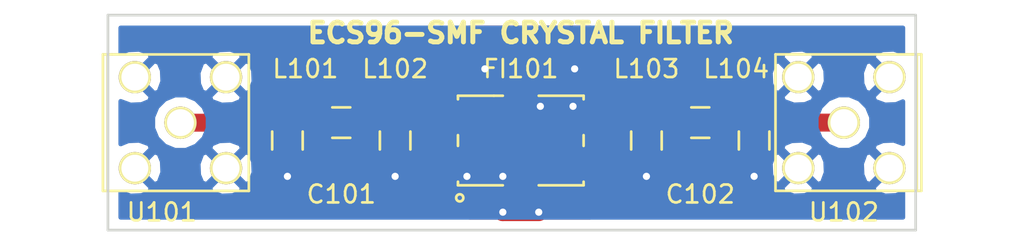
<source format=kicad_pcb>
(kicad_pcb (version 4) (host pcbnew 4.0.2-stable)

  (general
    (links 22)
    (no_connects 0)
    (area 124.836429 97.8786 182.203572 111.975)
    (thickness 1.6)
    (drawings 5)
    (tracks 43)
    (zones 0)
    (modules 9)
    (nets 6)
  )

  (page A4)
  (layers
    (0 F.Cu signal)
    (31 B.Cu signal)
    (32 B.Adhes user)
    (33 F.Adhes user)
    (34 B.Paste user)
    (35 F.Paste user)
    (36 B.SilkS user)
    (37 F.SilkS user)
    (38 B.Mask user)
    (39 F.Mask user)
    (40 Dwgs.User user)
    (41 Cmts.User user)
    (42 Eco1.User user)
    (43 Eco2.User user)
    (44 Edge.Cuts user)
    (45 Margin user)
    (46 B.CrtYd user)
    (47 F.CrtYd user)
    (48 B.Fab user)
    (49 F.Fab user)
  )

  (setup
    (last_trace_width 1)
    (user_trace_width 1)
    (trace_clearance 0.2)
    (zone_clearance 0.508)
    (zone_45_only no)
    (trace_min 0.2)
    (segment_width 0.2)
    (edge_width 0.15)
    (via_size 0.6)
    (via_drill 0.4)
    (via_min_size 0.4)
    (via_min_drill 0.3)
    (uvia_size 0.3)
    (uvia_drill 0.1)
    (uvias_allowed no)
    (uvia_min_size 0.2)
    (uvia_min_drill 0.1)
    (pcb_text_width 0.3)
    (pcb_text_size 1.5 1.5)
    (mod_edge_width 0.15)
    (mod_text_size 1 1)
    (mod_text_width 0.15)
    (pad_size 1.524 1.524)
    (pad_drill 0.762)
    (pad_to_mask_clearance 0.2)
    (aux_axis_origin 0 0)
    (visible_elements FFFEFF7F)
    (pcbplotparams
      (layerselection 0x010f0_80000001)
      (usegerberextensions false)
      (excludeedgelayer true)
      (linewidth 0.100000)
      (plotframeref false)
      (viasonmask false)
      (mode 1)
      (useauxorigin false)
      (hpglpennumber 1)
      (hpglpenspeed 20)
      (hpglpendiameter 15)
      (hpglpenoverlay 2)
      (psnegative false)
      (psa4output false)
      (plotreference true)
      (plotvalue true)
      (plotinvisibletext false)
      (padsonsilk false)
      (subtractmaskfromsilk false)
      (outputformat 1)
      (mirror false)
      (drillshape 0)
      (scaleselection 1)
      (outputdirectory gerbs/))
  )

  (net 0 "")
  (net 1 "Net-(C101-Pad1)")
  (net 2 "Net-(C101-Pad2)")
  (net 3 "Net-(C102-Pad1)")
  (net 4 "Net-(C102-Pad2)")
  (net 5 GND)

  (net_class Default "This is the default net class."
    (clearance 0.2)
    (trace_width 0.25)
    (via_dia 0.6)
    (via_drill 0.4)
    (uvia_dia 0.3)
    (uvia_drill 0.1)
    (add_net GND)
    (add_net "Net-(C101-Pad1)")
    (add_net "Net-(C101-Pad2)")
    (add_net "Net-(C102-Pad1)")
    (add_net "Net-(C102-Pad2)")
  )

  (module Capacitors_SMD:C_0805 (layer F.Cu) (tedit 5415D6EA) (tstamp 577B1116)
    (at 144 105 180)
    (descr "Capacitor SMD 0805, reflow soldering, AVX (see smccp.pdf)")
    (tags "capacitor 0805")
    (path /577B0E92)
    (attr smd)
    (fp_text reference C101 (at 0 -4 180) (layer F.SilkS)
      (effects (font (size 1 1) (thickness 0.15)))
    )
    (fp_text value "27 pF" (at 0 2.1 180) (layer F.Fab)
      (effects (font (size 1 1) (thickness 0.15)))
    )
    (fp_line (start -1.8 -1) (end 1.8 -1) (layer F.CrtYd) (width 0.05))
    (fp_line (start -1.8 1) (end 1.8 1) (layer F.CrtYd) (width 0.05))
    (fp_line (start -1.8 -1) (end -1.8 1) (layer F.CrtYd) (width 0.05))
    (fp_line (start 1.8 -1) (end 1.8 1) (layer F.CrtYd) (width 0.05))
    (fp_line (start 0.5 -0.85) (end -0.5 -0.85) (layer F.SilkS) (width 0.15))
    (fp_line (start -0.5 0.85) (end 0.5 0.85) (layer F.SilkS) (width 0.15))
    (pad 1 smd rect (at -1 0 180) (size 1 1.25) (layers F.Cu F.Paste F.Mask)
      (net 1 "Net-(C101-Pad1)"))
    (pad 2 smd rect (at 1 0 180) (size 1 1.25) (layers F.Cu F.Paste F.Mask)
      (net 2 "Net-(C101-Pad2)"))
    (model Capacitors_SMD.3dshapes/C_0805.wrl
      (at (xyz 0 0 0))
      (scale (xyz 1 1 1))
      (rotate (xyz 0 0 0))
    )
  )

  (module Capacitors_SMD:C_0805 (layer F.Cu) (tedit 5415D6EA) (tstamp 577B111C)
    (at 164 105 180)
    (descr "Capacitor SMD 0805, reflow soldering, AVX (see smccp.pdf)")
    (tags "capacitor 0805")
    (path /577B13A7)
    (attr smd)
    (fp_text reference C102 (at 0 -4 180) (layer F.SilkS)
      (effects (font (size 1 1) (thickness 0.15)))
    )
    (fp_text value "27 pF" (at 0 2.1 180) (layer F.Fab)
      (effects (font (size 1 1) (thickness 0.15)))
    )
    (fp_line (start -1.8 -1) (end 1.8 -1) (layer F.CrtYd) (width 0.05))
    (fp_line (start -1.8 1) (end 1.8 1) (layer F.CrtYd) (width 0.05))
    (fp_line (start -1.8 -1) (end -1.8 1) (layer F.CrtYd) (width 0.05))
    (fp_line (start 1.8 -1) (end 1.8 1) (layer F.CrtYd) (width 0.05))
    (fp_line (start 0.5 -0.85) (end -0.5 -0.85) (layer F.SilkS) (width 0.15))
    (fp_line (start -0.5 0.85) (end 0.5 0.85) (layer F.SilkS) (width 0.15))
    (pad 1 smd rect (at -1 0 180) (size 1 1.25) (layers F.Cu F.Paste F.Mask)
      (net 3 "Net-(C102-Pad1)"))
    (pad 2 smd rect (at 1 0 180) (size 1 1.25) (layers F.Cu F.Paste F.Mask)
      (net 4 "Net-(C102-Pad2)"))
    (model Capacitors_SMD.3dshapes/C_0805.wrl
      (at (xyz 0 0 0))
      (scale (xyz 1 1 1))
      (rotate (xyz 0 0 0))
    )
  )

  (module Capacitors_SMD:C_0805 (layer F.Cu) (tedit 5415D6EA) (tstamp 577B112B)
    (at 141 106 90)
    (descr "Capacitor SMD 0805, reflow soldering, AVX (see smccp.pdf)")
    (tags "capacitor 0805")
    (path /577B0F7B)
    (attr smd)
    (fp_text reference L101 (at 4 1 180) (layer F.SilkS)
      (effects (font (size 1 1) (thickness 0.15)))
    )
    (fp_text value DNP (at 0 2.1 90) (layer F.Fab)
      (effects (font (size 1 1) (thickness 0.15)))
    )
    (fp_line (start -1.8 -1) (end 1.8 -1) (layer F.CrtYd) (width 0.05))
    (fp_line (start -1.8 1) (end 1.8 1) (layer F.CrtYd) (width 0.05))
    (fp_line (start -1.8 -1) (end -1.8 1) (layer F.CrtYd) (width 0.05))
    (fp_line (start 1.8 -1) (end 1.8 1) (layer F.CrtYd) (width 0.05))
    (fp_line (start 0.5 -0.85) (end -0.5 -0.85) (layer F.SilkS) (width 0.15))
    (fp_line (start -0.5 0.85) (end 0.5 0.85) (layer F.SilkS) (width 0.15))
    (pad 1 smd rect (at -1 0 90) (size 1 1.25) (layers F.Cu F.Paste F.Mask)
      (net 5 GND))
    (pad 2 smd rect (at 1 0 90) (size 1 1.25) (layers F.Cu F.Paste F.Mask)
      (net 2 "Net-(C101-Pad2)"))
    (model Capacitors_SMD.3dshapes/C_0805.wrl
      (at (xyz 0 0 0))
      (scale (xyz 1 1 1))
      (rotate (xyz 0 0 0))
    )
  )

  (module Capacitors_SMD:C_0805 (layer F.Cu) (tedit 5415D6EA) (tstamp 577B1131)
    (at 147 106 90)
    (descr "Capacitor SMD 0805, reflow soldering, AVX (see smccp.pdf)")
    (tags "capacitor 0805")
    (path /577B0FF1)
    (attr smd)
    (fp_text reference L102 (at 4 0 180) (layer F.SilkS)
      (effects (font (size 1 1) (thickness 0.15)))
    )
    (fp_text value "2 uH" (at 0 2.1 90) (layer F.Fab)
      (effects (font (size 1 1) (thickness 0.15)))
    )
    (fp_line (start -1.8 -1) (end 1.8 -1) (layer F.CrtYd) (width 0.05))
    (fp_line (start -1.8 1) (end 1.8 1) (layer F.CrtYd) (width 0.05))
    (fp_line (start -1.8 -1) (end -1.8 1) (layer F.CrtYd) (width 0.05))
    (fp_line (start 1.8 -1) (end 1.8 1) (layer F.CrtYd) (width 0.05))
    (fp_line (start 0.5 -0.85) (end -0.5 -0.85) (layer F.SilkS) (width 0.15))
    (fp_line (start -0.5 0.85) (end 0.5 0.85) (layer F.SilkS) (width 0.15))
    (pad 1 smd rect (at -1 0 90) (size 1 1.25) (layers F.Cu F.Paste F.Mask)
      (net 5 GND))
    (pad 2 smd rect (at 1 0 90) (size 1 1.25) (layers F.Cu F.Paste F.Mask)
      (net 1 "Net-(C101-Pad1)"))
    (model Capacitors_SMD.3dshapes/C_0805.wrl
      (at (xyz 0 0 0))
      (scale (xyz 1 1 1))
      (rotate (xyz 0 0 0))
    )
  )

  (module Capacitors_SMD:C_0805 (layer F.Cu) (tedit 5415D6EA) (tstamp 577B1137)
    (at 161 106 90)
    (descr "Capacitor SMD 0805, reflow soldering, AVX (see smccp.pdf)")
    (tags "capacitor 0805")
    (path /577B13AE)
    (attr smd)
    (fp_text reference L103 (at 4 0 180) (layer F.SilkS)
      (effects (font (size 1 1) (thickness 0.15)))
    )
    (fp_text value "2 uH" (at 0 2.1 90) (layer F.Fab)
      (effects (font (size 1 1) (thickness 0.15)))
    )
    (fp_line (start -1.8 -1) (end 1.8 -1) (layer F.CrtYd) (width 0.05))
    (fp_line (start -1.8 1) (end 1.8 1) (layer F.CrtYd) (width 0.05))
    (fp_line (start -1.8 -1) (end -1.8 1) (layer F.CrtYd) (width 0.05))
    (fp_line (start 1.8 -1) (end 1.8 1) (layer F.CrtYd) (width 0.05))
    (fp_line (start 0.5 -0.85) (end -0.5 -0.85) (layer F.SilkS) (width 0.15))
    (fp_line (start -0.5 0.85) (end 0.5 0.85) (layer F.SilkS) (width 0.15))
    (pad 1 smd rect (at -1 0 90) (size 1 1.25) (layers F.Cu F.Paste F.Mask)
      (net 5 GND))
    (pad 2 smd rect (at 1 0 90) (size 1 1.25) (layers F.Cu F.Paste F.Mask)
      (net 4 "Net-(C102-Pad2)"))
    (model Capacitors_SMD.3dshapes/C_0805.wrl
      (at (xyz 0 0 0))
      (scale (xyz 1 1 1))
      (rotate (xyz 0 0 0))
    )
  )

  (module Capacitors_SMD:C_0805 (layer F.Cu) (tedit 5415D6EA) (tstamp 577B113D)
    (at 167 106 90)
    (descr "Capacitor SMD 0805, reflow soldering, AVX (see smccp.pdf)")
    (tags "capacitor 0805")
    (path /577B13B4)
    (attr smd)
    (fp_text reference L104 (at 4 -1 180) (layer F.SilkS)
      (effects (font (size 1 1) (thickness 0.15)))
    )
    (fp_text value DNP (at 0 2.1 90) (layer F.Fab)
      (effects (font (size 1 1) (thickness 0.15)))
    )
    (fp_line (start -1.8 -1) (end 1.8 -1) (layer F.CrtYd) (width 0.05))
    (fp_line (start -1.8 1) (end 1.8 1) (layer F.CrtYd) (width 0.05))
    (fp_line (start -1.8 -1) (end -1.8 1) (layer F.CrtYd) (width 0.05))
    (fp_line (start 1.8 -1) (end 1.8 1) (layer F.CrtYd) (width 0.05))
    (fp_line (start 0.5 -0.85) (end -0.5 -0.85) (layer F.SilkS) (width 0.15))
    (fp_line (start -0.5 0.85) (end 0.5 0.85) (layer F.SilkS) (width 0.15))
    (pad 1 smd rect (at -1 0 90) (size 1 1.25) (layers F.Cu F.Paste F.Mask)
      (net 5 GND))
    (pad 2 smd rect (at 1 0 90) (size 1 1.25) (layers F.Cu F.Paste F.Mask)
      (net 3 "Net-(C102-Pad1)"))
    (model Capacitors_SMD.3dshapes/C_0805.wrl
      (at (xyz 0 0 0))
      (scale (xyz 1 1 1))
      (rotate (xyz 0 0 0))
    )
  )

  (module vna_footprints:732512200_SMA (layer F.Cu) (tedit 56AF1EC8) (tstamp 577B1146)
    (at 135.04 105.0036)
    (path /577B0CEA)
    (fp_text reference U101 (at -1.04 4.9964) (layer F.SilkS)
      (effects (font (size 1 1) (thickness 0.15)))
    )
    (fp_text value CONN_SMA (at -6 -6) (layer F.Fab)
      (effects (font (size 1 1) (thickness 0.15)))
    )
    (fp_line (start -4.064 3.81) (end -4.064 -3.81) (layer F.SilkS) (width 0.15))
    (fp_line (start -4.318 3.81) (end -3.81 3.81) (layer F.SilkS) (width 0.15))
    (fp_line (start -4.318 -3.81) (end -4.318 3.81) (layer F.SilkS) (width 0.15))
    (fp_line (start -4.318 -3.81) (end -3.81 -3.81) (layer F.SilkS) (width 0.15))
    (fp_line (start 3.81 3.81) (end -3.81 3.81) (layer F.SilkS) (width 0.15))
    (fp_line (start 3.81 -3.81) (end 3.81 3.81) (layer F.SilkS) (width 0.15))
    (fp_line (start -3.81 -3.81) (end 3.81 -3.81) (layer F.SilkS) (width 0.15))
    (pad 1 thru_hole circle (at 0 0) (size 1.8 1.8) (drill 1.5) (layers *.Cu *.Mask F.SilkS)
      (net 2 "Net-(C101-Pad2)"))
    (pad 2 thru_hole circle (at -2.54 2.54) (size 1.8 1.8) (drill 1.5) (layers *.Cu *.Mask F.SilkS)
      (net 5 GND))
    (pad 3 thru_hole circle (at -2.54 -2.54) (size 1.8 1.8) (drill 1.5) (layers *.Cu *.Mask F.SilkS)
      (net 5 GND))
    (pad 4 thru_hole circle (at 2.54 -2.54) (size 1.8 1.8) (drill 1.5) (layers *.Cu *.Mask F.SilkS)
      (net 5 GND))
    (pad 5 thru_hole circle (at 2.54 2.54) (size 1.8 1.8) (drill 1.5) (layers *.Cu *.Mask F.SilkS)
      (net 5 GND))
  )

  (module vna_footprints:732512200_SMA (layer F.Cu) (tedit 56AF1EC8) (tstamp 577B114F)
    (at 172 105 180)
    (path /577B0C7D)
    (fp_text reference U102 (at 0 -5 180) (layer F.SilkS)
      (effects (font (size 1 1) (thickness 0.15)))
    )
    (fp_text value CONN_SMA (at -6 -6 180) (layer F.Fab)
      (effects (font (size 1 1) (thickness 0.15)))
    )
    (fp_line (start -4.064 3.81) (end -4.064 -3.81) (layer F.SilkS) (width 0.15))
    (fp_line (start -4.318 3.81) (end -3.81 3.81) (layer F.SilkS) (width 0.15))
    (fp_line (start -4.318 -3.81) (end -4.318 3.81) (layer F.SilkS) (width 0.15))
    (fp_line (start -4.318 -3.81) (end -3.81 -3.81) (layer F.SilkS) (width 0.15))
    (fp_line (start 3.81 3.81) (end -3.81 3.81) (layer F.SilkS) (width 0.15))
    (fp_line (start 3.81 -3.81) (end 3.81 3.81) (layer F.SilkS) (width 0.15))
    (fp_line (start -3.81 -3.81) (end 3.81 -3.81) (layer F.SilkS) (width 0.15))
    (pad 1 thru_hole circle (at 0 0 180) (size 1.8 1.8) (drill 1.5) (layers *.Cu *.Mask F.SilkS)
      (net 3 "Net-(C102-Pad1)"))
    (pad 2 thru_hole circle (at -2.54 2.54 180) (size 1.8 1.8) (drill 1.5) (layers *.Cu *.Mask F.SilkS)
      (net 5 GND))
    (pad 3 thru_hole circle (at -2.54 -2.54 180) (size 1.8 1.8) (drill 1.5) (layers *.Cu *.Mask F.SilkS)
      (net 5 GND))
    (pad 4 thru_hole circle (at 2.54 -2.54 180) (size 1.8 1.8) (drill 1.5) (layers *.Cu *.Mask F.SilkS)
      (net 5 GND))
    (pad 5 thru_hole circle (at 2.54 2.54 180) (size 1.8 1.8) (drill 1.5) (layers *.Cu *.Mask F.SilkS)
      (net 5 GND))
  )

  (module lib:ECS-96SMF (layer F.Cu) (tedit 577B11E4) (tstamp 577B1322)
    (at 154 106)
    (path /577B0C5B)
    (fp_text reference FI101 (at 0 -4) (layer F.SilkS)
      (effects (font (size 1 1) (thickness 0.15)))
    )
    (fp_text value EMI_FILTER (at -1.27 -6.35) (layer F.Fab)
      (effects (font (size 1 1) (thickness 0.15)))
    )
    (fp_line (start -3.5 2.5) (end -3.5 2.3) (layer F.SilkS) (width 0.15))
    (fp_line (start -3.5 -2.5) (end -3.5 -2.3) (layer F.SilkS) (width 0.15))
    (fp_line (start 3.5 -2.5) (end 3.5 -2.3) (layer F.SilkS) (width 0.15))
    (fp_line (start 3.5 2.5) (end 3.5 2.3) (layer F.SilkS) (width 0.15))
    (fp_line (start 3.5 -0.3) (end 3.5 0.3) (layer F.SilkS) (width 0.15))
    (fp_line (start -3.5 0.3) (end -3.5 -0.3) (layer F.SilkS) (width 0.15))
    (fp_circle (center -3.4 3.2) (end -3.6 3.2) (layer F.SilkS) (width 0.15))
    (fp_line (start -1 2.5) (end -3.5 2.5) (layer F.SilkS) (width 0.15))
    (fp_line (start 3.5 2.5) (end 1 2.5) (layer F.SilkS) (width 0.15))
    (fp_line (start 1 -2.5) (end 3.5 -2.5) (layer F.SilkS) (width 0.15))
    (fp_line (start -1.5 -2.5) (end -1 -2.5) (layer F.SilkS) (width 0.15))
    (fp_line (start -3.5 -2.5) (end -1.5 -2.5) (layer F.SilkS) (width 0.15))
    (pad 2 smd rect (at 0 0) (size 1.4 6.1) (layers F.Cu F.Paste F.Mask)
      (net 5 GND))
    (pad 1 smd rect (at -2.91 -1.27) (size 2.2 1.4) (layers F.Cu F.Paste F.Mask)
      (net 1 "Net-(C101-Pad1)"))
    (pad 2 smd rect (at -2.91 1.27) (size 2.2 1.4) (layers F.Cu F.Paste F.Mask)
      (net 5 GND))
    (pad 3 smd rect (at 2.91 1.27) (size 2.2 1.4) (layers F.Cu F.Paste F.Mask)
      (net 4 "Net-(C102-Pad2)"))
    (pad 2 smd rect (at 2.91 -1.27) (size 2.2 1.4) (layers F.Cu F.Paste F.Mask)
      (net 5 GND))
  )

  (gr_text "ECS96-SMF CRYSTAL FILTER" (at 154 100) (layer F.SilkS)
    (effects (font (size 1.1 1.1) (thickness 0.275)))
  )
  (gr_line (start 176 99) (end 131 99) (layer Edge.Cuts) (width 0.15))
  (gr_line (start 176 111) (end 176 99) (layer Edge.Cuts) (width 0.15))
  (gr_line (start 131 111) (end 176 111) (layer Edge.Cuts) (width 0.15))
  (gr_line (start 131 99) (end 131 111) (layer Edge.Cuts) (width 0.15))

  (segment (start 145 105) (end 147 105) (width 1) (layer F.Cu) (net 1))
  (segment (start 151.09 104.73) (end 149.27 104.73) (width 1) (layer F.Cu) (net 1))
  (segment (start 149.27 104.73) (end 149 105) (width 1) (layer F.Cu) (net 1))
  (segment (start 147 105) (end 149 105) (width 1) (layer F.Cu) (net 1))
  (segment (start 143 105) (end 141 105) (width 1) (layer F.Cu) (net 2))
  (segment (start 135.04 105.0036) (end 140.9964 105.0036) (width 1) (layer F.Cu) (net 2))
  (segment (start 140.9964 105.0036) (end 141 105) (width 1) (layer F.Cu) (net 2))
  (segment (start 167 105) (end 172 105) (width 1) (layer F.Cu) (net 3))
  (segment (start 165 105) (end 167 105) (width 1) (layer F.Cu) (net 3))
  (segment (start 161 105) (end 163 105) (width 1) (layer F.Cu) (net 4))
  (segment (start 159 105.375) (end 159 107) (width 1) (layer F.Cu) (net 4))
  (segment (start 161 105) (end 159.375 105) (width 1) (layer F.Cu) (net 4))
  (segment (start 159.375 105) (end 159 105.375) (width 1) (layer F.Cu) (net 4))
  (segment (start 158.73 107.27) (end 159 107) (width 1) (layer F.Cu) (net 4))
  (segment (start 156.91 107.27) (end 158.73 107.27) (width 1) (layer F.Cu) (net 4))
  (segment (start 156.91 107.27) (end 156.91 107.09) (width 1) (layer F.Cu) (net 4))
  (segment (start 156.91 107.09) (end 157 107) (width 1) (layer F.Cu) (net 4))
  (segment (start 157 102) (end 152 102) (width 1) (layer F.Cu) (net 5))
  (via (at 152 102) (size 0.6) (drill 0.4) (layers F.Cu B.Cu) (net 5))
  (segment (start 155.09 104.09) (end 155.09 103.91) (width 1) (layer F.Cu) (net 5))
  (segment (start 155.09 103.91) (end 157 102) (width 1) (layer F.Cu) (net 5))
  (via (at 157 102) (size 0.6) (drill 0.4) (layers F.Cu B.Cu) (net 5))
  (via (at 155.09 104.09) (size 0.6) (drill 0.4) (layers F.Cu B.Cu) (net 5))
  (segment (start 156.91 104.09) (end 155.09 104.09) (width 1) (layer F.Cu) (net 5))
  (segment (start 153 110) (end 155 110) (width 1) (layer F.Cu) (net 5))
  (via (at 155 110) (size 0.6) (drill 0.4) (layers F.Cu B.Cu) (net 5))
  (via (at 153 110) (size 0.6) (drill 0.4) (layers F.Cu B.Cu) (net 5))
  (segment (start 153 108) (end 153 110) (width 1) (layer F.Cu) (net 5))
  (via (at 153 108) (size 0.6) (drill 0.4) (layers F.Cu B.Cu) (net 5))
  (segment (start 151 108) (end 153 108) (width 1) (layer F.Cu) (net 5))
  (via (at 141 108) (size 0.6) (drill 0.4) (layers F.Cu B.Cu) (net 5))
  (segment (start 141 107) (end 141 108) (width 1) (layer F.Cu) (net 5))
  (via (at 147 108) (size 0.6) (drill 0.4) (layers F.Cu B.Cu) (net 5))
  (segment (start 147 107) (end 147 108) (width 1) (layer F.Cu) (net 5))
  (segment (start 151.09 107.27) (end 151.09 107.91) (width 1) (layer F.Cu) (net 5))
  (segment (start 151.09 107.91) (end 151 108) (width 1) (layer F.Cu) (net 5))
  (via (at 151 108) (size 0.6) (drill 0.4) (layers F.Cu B.Cu) (net 5))
  (via (at 156.91 104.09) (size 0.6) (drill 0.4) (layers F.Cu B.Cu) (net 5))
  (segment (start 156.91 104.73) (end 156.91 104.09) (width 1) (layer F.Cu) (net 5))
  (via (at 161 108) (size 0.6) (drill 0.4) (layers F.Cu B.Cu) (net 5))
  (segment (start 161 107) (end 161 108) (width 1) (layer F.Cu) (net 5))
  (via (at 167 108) (size 0.6) (drill 0.4) (layers F.Cu B.Cu) (net 5))
  (segment (start 167 107) (end 167 108) (width 1) (layer F.Cu) (net 5))

  (zone (net 5) (net_name GND) (layer F.Cu) (tstamp 0) (hatch edge 0.508)
    (connect_pads yes (clearance 0.508))
    (min_thickness 0.254)
    (fill yes (arc_segments 16) (thermal_gap 0.508) (thermal_bridge_width 0.508))
    (polygon
      (pts
        (xy 151 99) (xy 151 103) (xy 153 103) (xy 153 106) (xy 151 106)
        (xy 151 111) (xy 158 111) (xy 158 109) (xy 155 109) (xy 155 106)
        (xy 158 106) (xy 158 99) (xy 158 99)
      )
    )
    (filled_polygon
      (pts
        (xy 157.873 105.334781) (xy 157.865 105.375) (xy 157.865 105.873) (xy 157.040218 105.873) (xy 157 105.865)
        (xy 156.959782 105.873) (xy 155 105.873) (xy 154.95059 105.883006) (xy 154.908965 105.911447) (xy 154.881685 105.953841)
        (xy 154.873 106) (xy 154.873 109) (xy 154.883006 109.04941) (xy 154.911447 109.091035) (xy 154.953841 109.118315)
        (xy 155 109.127) (xy 157.873 109.127) (xy 157.873 110.29) (xy 151.127 110.29) (xy 151.127 106.127)
        (xy 153 106.127) (xy 153.04941 106.116994) (xy 153.091035 106.088553) (xy 153.118315 106.046159) (xy 153.127 106)
        (xy 153.127 103) (xy 153.116994 102.95059) (xy 153.088553 102.908965) (xy 153.046159 102.881685) (xy 153 102.873)
        (xy 151.127 102.873) (xy 151.127 99.71) (xy 157.873 99.71)
      )
    )
  )
  (zone (net 5) (net_name GND) (layer B.Cu) (tstamp 0) (hatch edge 0.508)
    (connect_pads (clearance 0.508))
    (min_thickness 0.254)
    (fill yes (arc_segments 16) (thermal_gap 0.508) (thermal_bridge_width 0.508))
    (polygon
      (pts
        (xy 131 99) (xy 131 111) (xy 176 111) (xy 176 99)
      )
    )
    (filled_polygon
      (pts
        (xy 175.29 101.099888) (xy 174.780664 100.913542) (xy 174.17054 100.939161) (xy 173.725852 101.123357) (xy 173.639446 101.379841)
        (xy 174.54 102.280395) (xy 174.554143 102.266253) (xy 174.733748 102.445858) (xy 174.719605 102.46) (xy 174.733748 102.474143)
        (xy 174.554143 102.653748) (xy 174.54 102.639605) (xy 173.639446 103.540159) (xy 173.725852 103.796643) (xy 174.299336 104.006458)
        (xy 174.90946 103.980839) (xy 175.29 103.823214) (xy 175.29 106.179888) (xy 174.780664 105.993542) (xy 174.17054 106.019161)
        (xy 173.725852 106.203357) (xy 173.639446 106.459841) (xy 174.54 107.360395) (xy 174.554143 107.346253) (xy 174.733748 107.525858)
        (xy 174.719605 107.54) (xy 174.733748 107.554143) (xy 174.554143 107.733748) (xy 174.54 107.719605) (xy 173.639446 108.620159)
        (xy 173.725852 108.876643) (xy 174.299336 109.086458) (xy 174.90946 109.060839) (xy 175.29 108.903214) (xy 175.29 110.29)
        (xy 131.71 110.29) (xy 131.71 108.889078) (xy 132.259336 109.090058) (xy 132.86946 109.064439) (xy 133.314148 108.880243)
        (xy 133.400554 108.623759) (xy 136.679446 108.623759) (xy 136.765852 108.880243) (xy 137.339336 109.090058) (xy 137.94946 109.064439)
        (xy 138.394148 108.880243) (xy 138.480554 108.623759) (xy 138.476954 108.620159) (xy 168.559446 108.620159) (xy 168.645852 108.876643)
        (xy 169.219336 109.086458) (xy 169.82946 109.060839) (xy 170.274148 108.876643) (xy 170.360554 108.620159) (xy 169.46 107.719605)
        (xy 168.559446 108.620159) (xy 138.476954 108.620159) (xy 137.58 107.723205) (xy 136.679446 108.623759) (xy 133.400554 108.623759)
        (xy 132.5 107.723205) (xy 132.485858 107.737348) (xy 132.306253 107.557743) (xy 132.320395 107.5436) (xy 132.679605 107.5436)
        (xy 133.580159 108.444154) (xy 133.836643 108.357748) (xy 134.046458 107.784264) (xy 134.026248 107.302936) (xy 136.033542 107.302936)
        (xy 136.059161 107.91306) (xy 136.243357 108.357748) (xy 136.499841 108.444154) (xy 137.400395 107.5436) (xy 137.759605 107.5436)
        (xy 138.660159 108.444154) (xy 138.916643 108.357748) (xy 139.126458 107.784264) (xy 139.106096 107.299336) (xy 167.913542 107.299336)
        (xy 167.939161 107.90946) (xy 168.123357 108.354148) (xy 168.379841 108.440554) (xy 169.280395 107.54) (xy 169.639605 107.54)
        (xy 170.540159 108.440554) (xy 170.796643 108.354148) (xy 171.006458 107.780664) (xy 170.986248 107.299336) (xy 172.993542 107.299336)
        (xy 173.019161 107.90946) (xy 173.203357 108.354148) (xy 173.459841 108.440554) (xy 174.360395 107.54) (xy 173.459841 106.639446)
        (xy 173.203357 106.725852) (xy 172.993542 107.299336) (xy 170.986248 107.299336) (xy 170.980839 107.17054) (xy 170.796643 106.725852)
        (xy 170.540159 106.639446) (xy 169.639605 107.54) (xy 169.280395 107.54) (xy 168.379841 106.639446) (xy 168.123357 106.725852)
        (xy 167.913542 107.299336) (xy 139.106096 107.299336) (xy 139.100839 107.17414) (xy 138.916643 106.729452) (xy 138.660159 106.643046)
        (xy 137.759605 107.5436) (xy 137.400395 107.5436) (xy 136.499841 106.643046) (xy 136.243357 106.729452) (xy 136.033542 107.302936)
        (xy 134.026248 107.302936) (xy 134.020839 107.17414) (xy 133.836643 106.729452) (xy 133.580159 106.643046) (xy 132.679605 107.5436)
        (xy 132.320395 107.5436) (xy 132.306253 107.529458) (xy 132.485858 107.349853) (xy 132.5 107.363995) (xy 133.400554 106.463441)
        (xy 133.314148 106.206957) (xy 132.740664 105.997142) (xy 132.13054 106.022761) (xy 131.71 106.196955) (xy 131.71 105.307591)
        (xy 133.504735 105.307591) (xy 133.737932 105.871971) (xy 134.169357 106.304151) (xy 134.73333 106.538333) (xy 135.343991 106.538865)
        (xy 135.526531 106.463441) (xy 136.679446 106.463441) (xy 137.58 107.363995) (xy 138.480554 106.463441) (xy 138.479342 106.459841)
        (xy 168.559446 106.459841) (xy 169.46 107.360395) (xy 170.360554 106.459841) (xy 170.274148 106.203357) (xy 169.700664 105.993542)
        (xy 169.09054 106.019161) (xy 168.645852 106.203357) (xy 168.559446 106.459841) (xy 138.479342 106.459841) (xy 138.394148 106.206957)
        (xy 137.820664 105.997142) (xy 137.21054 106.022761) (xy 136.765852 106.206957) (xy 136.679446 106.463441) (xy 135.526531 106.463441)
        (xy 135.908371 106.305668) (xy 136.340551 105.874243) (xy 136.574733 105.31027) (xy 136.574738 105.303991) (xy 170.464735 105.303991)
        (xy 170.697932 105.868371) (xy 171.129357 106.300551) (xy 171.69333 106.534733) (xy 172.303991 106.535265) (xy 172.868371 106.302068)
        (xy 173.300551 105.870643) (xy 173.534733 105.30667) (xy 173.535265 104.696009) (xy 173.302068 104.131629) (xy 172.870643 103.699449)
        (xy 172.30667 103.465267) (xy 171.696009 103.464735) (xy 171.131629 103.697932) (xy 170.699449 104.129357) (xy 170.465267 104.69333)
        (xy 170.464735 105.303991) (xy 136.574738 105.303991) (xy 136.575265 104.699609) (xy 136.342068 104.135229) (xy 135.910643 103.703049)
        (xy 135.527031 103.543759) (xy 136.679446 103.543759) (xy 136.765852 103.800243) (xy 137.339336 104.010058) (xy 137.94946 103.984439)
        (xy 138.394148 103.800243) (xy 138.480554 103.543759) (xy 138.476954 103.540159) (xy 168.559446 103.540159) (xy 168.645852 103.796643)
        (xy 169.219336 104.006458) (xy 169.82946 103.980839) (xy 170.274148 103.796643) (xy 170.360554 103.540159) (xy 169.46 102.639605)
        (xy 168.559446 103.540159) (xy 138.476954 103.540159) (xy 137.58 102.643205) (xy 136.679446 103.543759) (xy 135.527031 103.543759)
        (xy 135.34667 103.468867) (xy 134.736009 103.468335) (xy 134.171629 103.701532) (xy 133.739449 104.132957) (xy 133.505267 104.69693)
        (xy 133.504735 105.307591) (xy 131.71 105.307591) (xy 131.71 103.809078) (xy 132.259336 104.010058) (xy 132.86946 103.984439)
        (xy 133.314148 103.800243) (xy 133.400554 103.543759) (xy 132.5 102.643205) (xy 132.485858 102.657348) (xy 132.306253 102.477743)
        (xy 132.320395 102.4636) (xy 132.679605 102.4636) (xy 133.580159 103.364154) (xy 133.836643 103.277748) (xy 134.046458 102.704264)
        (xy 134.026248 102.222936) (xy 136.033542 102.222936) (xy 136.059161 102.83306) (xy 136.243357 103.277748) (xy 136.499841 103.364154)
        (xy 137.400395 102.4636) (xy 137.759605 102.4636) (xy 138.660159 103.364154) (xy 138.916643 103.277748) (xy 139.126458 102.704264)
        (xy 139.106096 102.219336) (xy 167.913542 102.219336) (xy 167.939161 102.82946) (xy 168.123357 103.274148) (xy 168.379841 103.360554)
        (xy 169.280395 102.46) (xy 169.639605 102.46) (xy 170.540159 103.360554) (xy 170.796643 103.274148) (xy 171.006458 102.700664)
        (xy 170.986248 102.219336) (xy 172.993542 102.219336) (xy 173.019161 102.82946) (xy 173.203357 103.274148) (xy 173.459841 103.360554)
        (xy 174.360395 102.46) (xy 173.459841 101.559446) (xy 173.203357 101.645852) (xy 172.993542 102.219336) (xy 170.986248 102.219336)
        (xy 170.980839 102.09054) (xy 170.796643 101.645852) (xy 170.540159 101.559446) (xy 169.639605 102.46) (xy 169.280395 102.46)
        (xy 168.379841 101.559446) (xy 168.123357 101.645852) (xy 167.913542 102.219336) (xy 139.106096 102.219336) (xy 139.100839 102.09414)
        (xy 138.916643 101.649452) (xy 138.660159 101.563046) (xy 137.759605 102.4636) (xy 137.400395 102.4636) (xy 136.499841 101.563046)
        (xy 136.243357 101.649452) (xy 136.033542 102.222936) (xy 134.026248 102.222936) (xy 134.020839 102.09414) (xy 133.836643 101.649452)
        (xy 133.580159 101.563046) (xy 132.679605 102.4636) (xy 132.320395 102.4636) (xy 132.306253 102.449458) (xy 132.485858 102.269853)
        (xy 132.5 102.283995) (xy 133.400554 101.383441) (xy 136.679446 101.383441) (xy 137.58 102.283995) (xy 138.480554 101.383441)
        (xy 138.479342 101.379841) (xy 168.559446 101.379841) (xy 169.46 102.280395) (xy 170.360554 101.379841) (xy 170.274148 101.123357)
        (xy 169.700664 100.913542) (xy 169.09054 100.939161) (xy 168.645852 101.123357) (xy 168.559446 101.379841) (xy 138.479342 101.379841)
        (xy 138.394148 101.126957) (xy 137.820664 100.917142) (xy 137.21054 100.942761) (xy 136.765852 101.126957) (xy 136.679446 101.383441)
        (xy 133.400554 101.383441) (xy 133.314148 101.126957) (xy 132.740664 100.917142) (xy 132.13054 100.942761) (xy 131.71 101.116955)
        (xy 131.71 99.71) (xy 175.29 99.71)
      )
    )
  )
)

</source>
